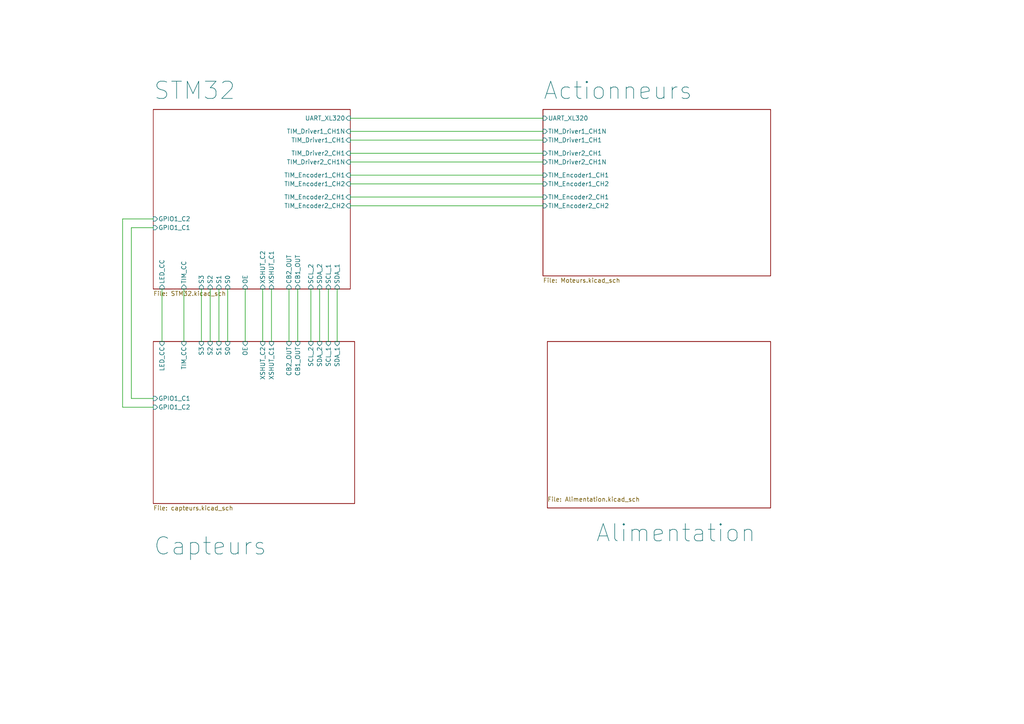
<source format=kicad_sch>
(kicad_sch (version 20211123) (generator eeschema)

  (uuid 0bb0216c-212e-49c4-bd5a-04e60c7e2d64)

  (paper "A4")

  (title_block
    (title "Schéma projet Robot")
    (date "2022-10-04")
    (rev "Version 1.1")
  )

  (lib_symbols
  )


  (wire (pts (xy 86.36 83.82) (xy 86.36 99.06))
    (stroke (width 0) (type default) (color 0 0 0 0))
    (uuid 016b573b-3913-47f0-9611-964c70059fcd)
  )
  (wire (pts (xy 101.6 57.15) (xy 157.48 57.15))
    (stroke (width 0) (type default) (color 0 0 0 0))
    (uuid 018199cf-cc5f-4318-94b9-421609419ae6)
  )
  (wire (pts (xy 101.6 50.8) (xy 157.48 50.8))
    (stroke (width 0) (type default) (color 0 0 0 0))
    (uuid 06d9e0d6-51a9-4bbb-a79f-1b39dc7855e8)
  )
  (wire (pts (xy 101.6 53.34) (xy 157.48 53.34))
    (stroke (width 0) (type default) (color 0 0 0 0))
    (uuid 17887025-4424-4f0d-8b9e-95f1ca320554)
  )
  (wire (pts (xy 97.79 83.82) (xy 97.79 99.06))
    (stroke (width 0) (type default) (color 0 0 0 0))
    (uuid 1af4f948-11a0-4755-b850-c716a93fabc9)
  )
  (wire (pts (xy 38.1 115.57) (xy 38.1 66.04))
    (stroke (width 0) (type default) (color 0 0 0 0))
    (uuid 1df7a0dd-fc88-4561-abbe-ca1ebeead772)
  )
  (wire (pts (xy 101.6 34.29) (xy 157.48 34.29))
    (stroke (width 0) (type default) (color 0 0 0 0))
    (uuid 3a65836f-2c91-4e4c-be83-d72abe6ab950)
  )
  (wire (pts (xy 78.74 83.82) (xy 78.74 99.06))
    (stroke (width 0) (type default) (color 0 0 0 0))
    (uuid 3ea22386-65a9-4c3e-811a-10b6360d2fbf)
  )
  (wire (pts (xy 44.45 63.5) (xy 35.56 63.5))
    (stroke (width 0) (type default) (color 0 0 0 0))
    (uuid 3f1c45b6-2696-4317-becb-d9435103b0f3)
  )
  (wire (pts (xy 101.6 59.69) (xy 157.48 59.69))
    (stroke (width 0) (type default) (color 0 0 0 0))
    (uuid 4a806c6b-afcb-42e3-89ed-3ab4133ee239)
  )
  (wire (pts (xy 60.96 83.82) (xy 60.96 99.06))
    (stroke (width 0) (type default) (color 0 0 0 0))
    (uuid 4af5e2e8-df05-41f0-b335-65adfe86d749)
  )
  (wire (pts (xy 95.25 83.82) (xy 95.25 99.06))
    (stroke (width 0) (type default) (color 0 0 0 0))
    (uuid 4cf416e3-d7a5-4928-8b1e-34ac7fa126d6)
  )
  (wire (pts (xy 101.6 46.99) (xy 157.48 46.99))
    (stroke (width 0) (type default) (color 0 0 0 0))
    (uuid 50a49389-c505-4149-9df2-e15a27fdadb7)
  )
  (wire (pts (xy 46.99 83.82) (xy 46.99 99.06))
    (stroke (width 0) (type default) (color 0 0 0 0))
    (uuid 51b7d142-e3af-4b94-8491-8dc047d2832a)
  )
  (wire (pts (xy 92.71 83.82) (xy 92.71 99.06))
    (stroke (width 0) (type default) (color 0 0 0 0))
    (uuid 5778518a-3ef7-4c27-851c-83e94e1aef3e)
  )
  (wire (pts (xy 35.56 63.5) (xy 35.56 118.11))
    (stroke (width 0) (type default) (color 0 0 0 0))
    (uuid 84c09556-558c-4691-a446-5a39e32a989e)
  )
  (wire (pts (xy 101.6 38.1) (xy 157.48 38.1))
    (stroke (width 0) (type default) (color 0 0 0 0))
    (uuid 8cf9ba7b-66e1-486a-a1f2-d00b9920dc59)
  )
  (wire (pts (xy 76.2 83.82) (xy 76.2 99.06))
    (stroke (width 0) (type default) (color 0 0 0 0))
    (uuid 8f7c552a-61ce-4012-bc6e-fb0270f56e54)
  )
  (wire (pts (xy 71.12 83.82) (xy 71.12 99.06))
    (stroke (width 0) (type default) (color 0 0 0 0))
    (uuid 92487319-0325-40f1-bc7e-6bcd9850210b)
  )
  (wire (pts (xy 83.82 83.82) (xy 83.82 99.06))
    (stroke (width 0) (type default) (color 0 0 0 0))
    (uuid 9882a68d-0d70-417a-a1a0-9be6e6a15882)
  )
  (wire (pts (xy 101.6 40.64) (xy 157.48 40.64))
    (stroke (width 0) (type default) (color 0 0 0 0))
    (uuid a0451944-8bdb-4cc4-a0d7-c1dd77c11556)
  )
  (wire (pts (xy 101.6 44.45) (xy 157.48 44.45))
    (stroke (width 0) (type default) (color 0 0 0 0))
    (uuid a334e6ec-ba88-4e74-a75b-5407dd7492d7)
  )
  (wire (pts (xy 53.34 83.82) (xy 53.34 99.06))
    (stroke (width 0) (type default) (color 0 0 0 0))
    (uuid ad614465-abca-4a9e-98ea-f70a36463383)
  )
  (wire (pts (xy 66.04 83.82) (xy 66.04 99.06))
    (stroke (width 0) (type default) (color 0 0 0 0))
    (uuid ae3c2f25-837c-4684-a182-b84bf73bced8)
  )
  (wire (pts (xy 63.5 83.82) (xy 63.5 99.06))
    (stroke (width 0) (type default) (color 0 0 0 0))
    (uuid c28951fe-d01f-4d6f-96d8-a2f2f9bdb32d)
  )
  (wire (pts (xy 58.42 83.82) (xy 58.42 99.06))
    (stroke (width 0) (type default) (color 0 0 0 0))
    (uuid d741645b-632d-4edd-9e98-730976cb4aaa)
  )
  (wire (pts (xy 35.56 118.11) (xy 44.45 118.11))
    (stroke (width 0) (type default) (color 0 0 0 0))
    (uuid e9efe4e2-b35e-405d-afc9-3dc7379f6a0e)
  )
  (wire (pts (xy 44.45 115.57) (xy 38.1 115.57))
    (stroke (width 0) (type default) (color 0 0 0 0))
    (uuid ef2bccdb-cf2e-4d65-95b9-cb04ebbb4b81)
  )
  (wire (pts (xy 38.1 66.04) (xy 44.45 66.04))
    (stroke (width 0) (type default) (color 0 0 0 0))
    (uuid f0261b8f-8fd9-4787-a93d-bfba29890a78)
  )
  (wire (pts (xy 90.17 83.82) (xy 90.17 99.06))
    (stroke (width 0) (type default) (color 0 0 0 0))
    (uuid fdd793f6-ea6c-48b2-9bf4-0545253038f6)
  )

  (sheet (at 44.45 99.06) (size 58.42 46.99)
    (stroke (width 0.1524) (type solid) (color 0 0 0 0))
    (fill (color 0 0 0 0.0000))
    (uuid 198bc615-46ce-45c0-92d6-40babd4f8d03)
    (property "Sheet name" "Capteurs" (id 0) (at 44.45 161.29 0)
      (effects (font (size 5 5)) (justify left bottom))
    )
    (property "Sheet file" "capteurs.kicad_sch" (id 1) (at 44.45 146.6346 0)
      (effects (font (size 1.27 1.27)) (justify left top))
    )
    (pin "LED_CC" input (at 46.99 99.06 90)
      (effects (font (size 1.27 1.27)) (justify right))
      (uuid a9d6582c-0f9d-4a72-aad8-688e46cce74f)
    )
    (pin "TIM_CC" input (at 53.34 99.06 90)
      (effects (font (size 1.27 1.27)) (justify right))
      (uuid 568e800e-1361-4402-b9ff-83e9d40e4c25)
    )
    (pin "S2" input (at 60.96 99.06 90)
      (effects (font (size 1.27 1.27)) (justify right))
      (uuid f7b5aac7-f6ed-4a29-974f-296702781bec)
    )
    (pin "S3" input (at 58.42 99.06 90)
      (effects (font (size 1.27 1.27)) (justify right))
      (uuid 37f2b390-da6c-4538-b3ca-c88e7a1aba84)
    )
    (pin "CB2_OUT" input (at 83.82 99.06 90)
      (effects (font (size 1.27 1.27)) (justify right))
      (uuid d7671d56-3b21-43fa-ad0f-39793acb2e68)
    )
    (pin "CB1_OUT" input (at 86.36 99.06 90)
      (effects (font (size 1.27 1.27)) (justify right))
      (uuid 98244091-5567-4332-b2ea-b2da791af825)
    )
    (pin "SDA_2" input (at 92.71 99.06 90)
      (effects (font (size 1.27 1.27)) (justify right))
      (uuid 8fb69804-4d1d-489d-b84e-ecd15e3b7b0e)
    )
    (pin "XSHUT_C2" input (at 76.2 99.06 90)
      (effects (font (size 1.27 1.27)) (justify right))
      (uuid 287b13c2-748b-4e4c-87dc-fbcb444e0c88)
    )
    (pin "SCL_2" input (at 90.17 99.06 90)
      (effects (font (size 1.27 1.27)) (justify right))
      (uuid 9097b885-a123-4444-b10f-ead05767b2c4)
    )
    (pin "GPIO1_C2" input (at 44.45 118.11 180)
      (effects (font (size 1.27 1.27)) (justify left))
      (uuid b91b8224-5bc7-46a1-b5f2-202f7415bedb)
    )
    (pin "S0" input (at 66.04 99.06 90)
      (effects (font (size 1.27 1.27)) (justify right))
      (uuid 9d91f1e5-ca75-4958-b165-f1cbd886a9eb)
    )
    (pin "S1" input (at 63.5 99.06 90)
      (effects (font (size 1.27 1.27)) (justify right))
      (uuid 20bc0cbf-95bf-4e5a-bf00-ea1e417bf35c)
    )
    (pin "OE" input (at 71.12 99.06 90)
      (effects (font (size 1.27 1.27)) (justify right))
      (uuid 973c2525-8bc5-4038-814d-25ea4c90f601)
    )
    (pin "SCL_1" input (at 95.25 99.06 90)
      (effects (font (size 1.27 1.27)) (justify right))
      (uuid 4adf5ad4-b91c-4757-b326-50059ede012d)
    )
    (pin "SDA_1" input (at 97.79 99.06 90)
      (effects (font (size 1.27 1.27)) (justify right))
      (uuid b7f6664a-e07a-42ba-8779-692c978badb7)
    )
    (pin "GPIO1_C1" input (at 44.45 115.57 180)
      (effects (font (size 1.27 1.27)) (justify left))
      (uuid 5d36a91f-9f96-451e-aed0-ed6fb7f278f1)
    )
    (pin "XSHUT_C1" input (at 78.74 99.06 90)
      (effects (font (size 1.27 1.27)) (justify right))
      (uuid c91b207c-46a8-4ad8-83c6-db2f65354ec4)
    )
  )

  (sheet (at 158.75 99.06) (size 64.77 48.26)
    (stroke (width 0.1524) (type solid) (color 0 0 0 0))
    (fill (color 0 0 0 0.0000))
    (uuid 7177c9d5-88c4-462c-a3d4-e07fa3940304)
    (property "Sheet name" "Alimentation" (id 0) (at 172.72 157.48 0)
      (effects (font (size 5 5)) (justify left bottom))
    )
    (property "Sheet file" "Alimentation.kicad_sch" (id 1) (at 158.75 144.0946 0)
      (effects (font (size 1.27 1.27)) (justify left top))
    )
  )

  (sheet (at 157.48 31.75) (size 66.04 48.26) (fields_autoplaced)
    (stroke (width 0.1524) (type solid) (color 0 0 0 0))
    (fill (color 0 0 0 0.0000))
    (uuid 9fc11c19-d14a-4668-9a7a-2afaf7c9cf87)
    (property "Sheet name" "Actionneurs" (id 0) (at 157.48 29.1734 0)
      (effects (font (size 5 5)) (justify left bottom))
    )
    (property "Sheet file" "Moteurs.kicad_sch" (id 1) (at 157.48 80.5946 0)
      (effects (font (size 1.27 1.27)) (justify left top))
    )
    (pin "UART_XL320" input (at 157.48 34.29 180)
      (effects (font (size 1.27 1.27)) (justify left))
      (uuid e7ceb459-a5d2-4588-b96f-1b6057b24bee)
    )
    (pin "TIM_Driver2_CH1N" input (at 157.48 46.99 180)
      (effects (font (size 1.27 1.27)) (justify left))
      (uuid 1e26fce1-43f3-415f-afa8-eb4bc5ef4ed1)
    )
    (pin "TIM_Driver2_CH1" input (at 157.48 44.45 180)
      (effects (font (size 1.27 1.27)) (justify left))
      (uuid f47a6f94-8a07-4dbe-be03-0545003be8bd)
    )
    (pin "TIM_Encoder2_CH1" input (at 157.48 57.15 180)
      (effects (font (size 1.27 1.27)) (justify left))
      (uuid b7cdad65-32a8-4c1d-a017-48e50d7a0ebe)
    )
    (pin "TIM_Encoder2_CH2" input (at 157.48 59.69 180)
      (effects (font (size 1.27 1.27)) (justify left))
      (uuid eda476fd-368f-4f93-ab79-496c00fb05b3)
    )
    (pin "TIM_Encoder1_CH1" input (at 157.48 50.8 180)
      (effects (font (size 1.27 1.27)) (justify left))
      (uuid d88377e4-a169-4264-a92c-432573150b07)
    )
    (pin "TIM_Encoder1_CH2" input (at 157.48 53.34 180)
      (effects (font (size 1.27 1.27)) (justify left))
      (uuid e646caf3-5532-4ed6-a546-75d9a6108e68)
    )
    (pin "TIM_Driver1_CH1N" input (at 157.48 38.1 180)
      (effects (font (size 1.27 1.27)) (justify left))
      (uuid e50c4b8f-391f-4191-9d22-14f03bc0b127)
    )
    (pin "TIM_Driver1_CH1" input (at 157.48 40.64 180)
      (effects (font (size 1.27 1.27)) (justify left))
      (uuid 15f44f81-55b1-458a-aa1a-c0aa9678ba58)
    )
  )

  (sheet (at 44.45 31.75) (size 57.15 52.07) (fields_autoplaced)
    (stroke (width 0.1524) (type solid) (color 0 0 0 0))
    (fill (color 0 0 0 0.0000))
    (uuid a99643bb-49f6-4462-a70c-54bf4b271d8b)
    (property "Sheet name" "STM32" (id 0) (at 44.45 29.1734 0)
      (effects (font (size 5 5)) (justify left bottom))
    )
    (property "Sheet file" "STM32.kicad_sch" (id 1) (at 44.45 84.4046 0)
      (effects (font (size 1.27 1.27)) (justify left top))
    )
    (pin "UART_XL320" input (at 101.6 34.29 0)
      (effects (font (size 1.27 1.27)) (justify right))
      (uuid cc63314a-a5e0-4813-b051-e193e30bce87)
    )
    (pin "TIM_Driver2_CH1N" input (at 101.6 46.99 0)
      (effects (font (size 1.27 1.27)) (justify right))
      (uuid f60cee59-b558-478b-88f9-ddedc6e0ea9b)
    )
    (pin "TIM_Driver1_CH1N" input (at 101.6 38.1 0)
      (effects (font (size 1.27 1.27)) (justify right))
      (uuid b09ccc18-5521-46a9-8f39-07d2e7b6147c)
    )
    (pin "TIM_Encoder2_CH2" input (at 101.6 59.69 0)
      (effects (font (size 1.27 1.27)) (justify right))
      (uuid c3f30fc9-e4a3-48a8-90f8-22935fa6b316)
    )
    (pin "TIM_Encoder2_CH1" input (at 101.6 57.15 0)
      (effects (font (size 1.27 1.27)) (justify right))
      (uuid b2807404-d92e-482d-80d7-645e88f84f94)
    )
    (pin "TIM_Driver2_CH1" input (at 101.6 44.45 0)
      (effects (font (size 1.27 1.27)) (justify right))
      (uuid 4c7bbbcb-3fb6-4d67-8efa-67afd6399d65)
    )
    (pin "TIM_Driver1_CH1" input (at 101.6 40.64 0)
      (effects (font (size 1.27 1.27)) (justify right))
      (uuid a667d00e-ef02-4413-a213-8a18ba89c3fc)
    )
    (pin "TIM_Encoder1_CH2" input (at 101.6 53.34 0)
      (effects (font (size 1.27 1.27)) (justify right))
      (uuid 8a539e01-8cd4-42b2-81f1-b8f062baf76f)
    )
    (pin "XSHUT_C1" input (at 78.74 83.82 270)
      (effects (font (size 1.27 1.27)) (justify left))
      (uuid a24dc8ed-442b-414b-90cd-64e5e5250289)
    )
    (pin "GPIO1_C1" input (at 44.45 66.04 180)
      (effects (font (size 1.27 1.27)) (justify left))
      (uuid b9c41d2a-7bda-4b23-82ec-1e5539b4f8c9)
    )
    (pin "SDA_2" input (at 92.71 83.82 270)
      (effects (font (size 1.27 1.27)) (justify left))
      (uuid ca957b37-e828-4655-ba70-5c05a7849d15)
    )
    (pin "SCL_2" input (at 90.17 83.82 270)
      (effects (font (size 1.27 1.27)) (justify left))
      (uuid 76197068-efdf-40a1-b386-8dc2c9b50940)
    )
    (pin "XSHUT_C2" input (at 76.2 83.82 270)
      (effects (font (size 1.27 1.27)) (justify left))
      (uuid 414e7d47-0848-40d6-8584-d0d0cfd58957)
    )
    (pin "LED_CC" input (at 46.99 83.82 270)
      (effects (font (size 1.27 1.27)) (justify left))
      (uuid 8ef59628-5c5e-4637-bed5-4eb684e88e9c)
    )
    (pin "OE" input (at 71.12 83.82 270)
      (effects (font (size 1.27 1.27)) (justify left))
      (uuid 348ede58-768d-4880-a788-bea4b6f7e763)
    )
    (pin "TIM_CC" input (at 53.34 83.82 270)
      (effects (font (size 1.27 1.27)) (justify left))
      (uuid dae6d760-6d1d-4947-8f4a-1e2d531ea79d)
    )
    (pin "S1" input (at 63.5 83.82 270)
      (effects (font (size 1.27 1.27)) (justify left))
      (uuid d5c4f27e-1d88-4da9-904b-42bd9b18f508)
    )
    (pin "S2" input (at 60.96 83.82 270)
      (effects (font (size 1.27 1.27)) (justify left))
      (uuid 4a244ce1-64fd-4658-a469-c6cd25d37ae8)
    )
    (pin "S3" input (at 58.42 83.82 270)
      (effects (font (size 1.27 1.27)) (justify left))
      (uuid 5bf90807-5d0a-481b-bfbd-306408589c66)
    )
    (pin "S0" input (at 66.04 83.82 270)
      (effects (font (size 1.27 1.27)) (justify left))
      (uuid bb0f3f44-7c90-45c1-af21-69d69d2a586e)
    )
    (pin "GPIO1_C2" input (at 44.45 63.5 180)
      (effects (font (size 1.27 1.27)) (justify left))
      (uuid 3740b613-52f3-47c3-960a-1002e8f10aff)
    )
    (pin "SDA_1" input (at 97.79 83.82 270)
      (effects (font (size 1.27 1.27)) (justify left))
      (uuid 44fae06f-5e38-4fc1-85fa-6586834c447e)
    )
    (pin "TIM_Encoder1_CH1" input (at 101.6 50.8 0)
      (effects (font (size 1.27 1.27)) (justify right))
      (uuid b7482b5f-802b-455c-9c08-8f02b5e81d14)
    )
    (pin "SCL_1" input (at 95.25 83.82 270)
      (effects (font (size 1.27 1.27)) (justify left))
      (uuid 686e6b67-568e-4112-bec1-a4aa18bb6fb4)
    )
    (pin "CB2_OUT" input (at 83.82 83.82 270)
      (effects (font (size 1.27 1.27)) (justify left))
      (uuid 6cefa2bb-655b-441e-8c85-4bcc60a2cda2)
    )
    (pin "CB1_OUT" input (at 86.36 83.82 270)
      (effects (font (size 1.27 1.27)) (justify left))
      (uuid da690f08-7147-4c82-be71-e2726a17253c)
    )
  )

  (sheet_instances
    (path "/" (page "1"))
    (path "/a99643bb-49f6-4462-a70c-54bf4b271d8b" (page "2"))
    (path "/9fc11c19-d14a-4668-9a7a-2afaf7c9cf87" (page "3"))
    (path "/198bc615-46ce-45c0-92d6-40babd4f8d03" (page "4"))
    (path "/7177c9d5-88c4-462c-a3d4-e07fa3940304" (page "5"))
  )

  (symbol_instances
    (path "/198bc615-46ce-45c0-92d6-40babd4f8d03/845df0fb-18fd-4ed9-9be2-bed5af608264"
      (reference "#PWR0101") (unit 1) (value "+5V") (footprint "")
    )
    (path "/198bc615-46ce-45c0-92d6-40babd4f8d03/d7003b55-385d-4462-9c03-fd828d03c24a"
      (reference "#PWR0102") (unit 1) (value "GND") (footprint "")
    )
    (path "/198bc615-46ce-45c0-92d6-40babd4f8d03/e8da1875-2015-4089-af88-b9b3ebc8f4b3"
      (reference "#PWR0103") (unit 1) (value "+5V") (footprint "")
    )
    (path "/198bc615-46ce-45c0-92d6-40babd4f8d03/b2ed15d5-7fb4-4a22-875b-51dbe0f3dfed"
      (reference "#PWR0104") (unit 1) (value "GND") (footprint "")
    )
    (path "/198bc615-46ce-45c0-92d6-40babd4f8d03/e6436a87-6c8a-405a-94f4-6397ea022201"
      (reference "#PWR0105") (unit 1) (value "+5V") (footprint "")
    )
    (path "/198bc615-46ce-45c0-92d6-40babd4f8d03/e7b071ee-d86a-4c15-9744-8bc0e2cf9b65"
      (reference "#PWR0106") (unit 1) (value "GND") (footprint "")
    )
    (path "/198bc615-46ce-45c0-92d6-40babd4f8d03/876d2f50-a33b-4691-bbea-4ae99799d1fb"
      (reference "#PWR0107") (unit 1) (value "GND") (footprint "")
    )
    (path "/198bc615-46ce-45c0-92d6-40babd4f8d03/1a1a7b9f-6194-467c-a081-d9fd3e7d0270"
      (reference "#PWR0108") (unit 1) (value "+5V") (footprint "")
    )
    (path "/198bc615-46ce-45c0-92d6-40babd4f8d03/e94c5692-3e4e-4a70-94f2-a264fef51b5d"
      (reference "#PWR0109") (unit 1) (value "+5V") (footprint "")
    )
    (path "/198bc615-46ce-45c0-92d6-40babd4f8d03/d3568faa-e61c-4209-a634-a558765e032b"
      (reference "#PWR0110") (unit 1) (value "GND") (footprint "")
    )
    (path "/198bc615-46ce-45c0-92d6-40babd4f8d03/aa1617aa-c188-4657-b98c-09308bc9aac5"
      (reference "#PWR0111") (unit 1) (value "GND") (footprint "")
    )
    (path "/198bc615-46ce-45c0-92d6-40babd4f8d03/d9afc21b-140c-48da-954f-7838291ac001"
      (reference "#PWR0112") (unit 1) (value "+5V") (footprint "")
    )
    (path "/a99643bb-49f6-4462-a70c-54bf4b271d8b/818a8e76-8fdd-4def-8be5-392ca4debf08"
      (reference "#PWR0201") (unit 1) (value "GND") (footprint "")
    )
    (path "/a99643bb-49f6-4462-a70c-54bf4b271d8b/18583195-0d9d-418e-891f-fd77cb637dfa"
      (reference "#PWR0202") (unit 1) (value "GND") (footprint "")
    )
    (path "/a99643bb-49f6-4462-a70c-54bf4b271d8b/8e077ff8-2108-4b53-86c1-72d502cfd566"
      (reference "#PWR0203") (unit 1) (value "GND") (footprint "")
    )
    (path "/a99643bb-49f6-4462-a70c-54bf4b271d8b/669ad9f1-c4e9-4fbc-a34d-9b384a39b93e"
      (reference "#PWR0204") (unit 1) (value "+3.3V") (footprint "")
    )
    (path "/a99643bb-49f6-4462-a70c-54bf4b271d8b/3b5c327e-d04e-4750-a332-e7d85b983854"
      (reference "#PWR0205") (unit 1) (value "GND") (footprint "")
    )
    (path "/a99643bb-49f6-4462-a70c-54bf4b271d8b/e150f57a-4d8a-4fa1-88b1-7a6b2be7a4a5"
      (reference "#PWR0206") (unit 1) (value "GND") (footprint "")
    )
    (path "/a99643bb-49f6-4462-a70c-54bf4b271d8b/4254ced4-aabf-486e-a54f-e092c1447c9d"
      (reference "#PWR0207") (unit 1) (value "+3.3V") (footprint "")
    )
    (path "/9fc11c19-d14a-4668-9a7a-2afaf7c9cf87/49f3dd40-5046-425b-b953-3661eb66b067"
      (reference "#PWR0301") (unit 1) (value "+5V") (footprint "")
    )
    (path "/9fc11c19-d14a-4668-9a7a-2afaf7c9cf87/a0d8bc83-8a26-467e-b36e-f208c275a40a"
      (reference "#PWR0302") (unit 1) (value "GND") (footprint "")
    )
    (path "/9fc11c19-d14a-4668-9a7a-2afaf7c9cf87/6699df09-087e-42ed-afd9-41221c380811"
      (reference "#PWR0303") (unit 1) (value "GND") (footprint "")
    )
    (path "/9fc11c19-d14a-4668-9a7a-2afaf7c9cf87/e11c50d4-7921-45aa-9c4b-3302d7646a7a"
      (reference "#PWR0304") (unit 1) (value "GND") (footprint "")
    )
    (path "/9fc11c19-d14a-4668-9a7a-2afaf7c9cf87/577a0952-325b-47de-84f9-f5a70c0140ad"
      (reference "#PWR0305") (unit 1) (value "GND") (footprint "")
    )
    (path "/9fc11c19-d14a-4668-9a7a-2afaf7c9cf87/99d74f87-7f9c-4211-a595-932a840542b6"
      (reference "#PWR0306") (unit 1) (value "+5V") (footprint "")
    )
    (path "/9fc11c19-d14a-4668-9a7a-2afaf7c9cf87/edae85fe-4e19-4f1a-b39e-3c0e42cd4edb"
      (reference "#PWR0307") (unit 1) (value "GND") (footprint "")
    )
    (path "/9fc11c19-d14a-4668-9a7a-2afaf7c9cf87/b2eb93d3-7840-44d3-867e-37fbe6a28c8a"
      (reference "#PWR0308") (unit 1) (value "GND") (footprint "")
    )
    (path "/9fc11c19-d14a-4668-9a7a-2afaf7c9cf87/054dca95-044b-4f13-aa84-3a3eee68918c"
      (reference "#PWR0309") (unit 1) (value "GND") (footprint "")
    )
    (path "/9fc11c19-d14a-4668-9a7a-2afaf7c9cf87/83e439cf-2072-42f8-bf10-4b335afbfad7"
      (reference "#PWR0310") (unit 1) (value "GND") (footprint "")
    )
    (path "/9fc11c19-d14a-4668-9a7a-2afaf7c9cf87/10122541-1ba1-46e3-be3a-27454fb50665"
      (reference "#PWR0311") (unit 1) (value "GND") (footprint "")
    )
    (path "/7177c9d5-88c4-462c-a3d4-e07fa3940304/f0b67b7f-5cf7-4a1f-9266-2d2954353955"
      (reference "#PWR0501") (unit 1) (value "GND") (footprint "")
    )
    (path "/7177c9d5-88c4-462c-a3d4-e07fa3940304/c0c2d009-448e-4e63-b40f-0fa80c89d4eb"
      (reference "#PWR0502") (unit 1) (value "GND") (footprint "")
    )
    (path "/7177c9d5-88c4-462c-a3d4-e07fa3940304/dfc75276-adac-4b27-9975-6b4b73547a97"
      (reference "#PWR0503") (unit 1) (value "+5V") (footprint "")
    )
    (path "/7177c9d5-88c4-462c-a3d4-e07fa3940304/9b266739-e38e-401b-8db2-398b74a310d2"
      (reference "#PWR0504") (unit 1) (value "+3.3V") (footprint "")
    )
    (path "/7177c9d5-88c4-462c-a3d4-e07fa3940304/7afd1d1a-72a7-4552-9a2d-0ec11152f443"
      (reference "#PWR0505") (unit 1) (value "GND") (footprint "")
    )
    (path "/7177c9d5-88c4-462c-a3d4-e07fa3940304/baa49f16-265c-4f40-a439-0120ffb1592f"
      (reference "#PWR0506") (unit 1) (value "+5V") (footprint "")
    )
    (path "/7177c9d5-88c4-462c-a3d4-e07fa3940304/592a410d-c273-451b-b6bb-876bd3cbe621"
      (reference "#PWR0507") (unit 1) (value "GND") (footprint "")
    )
    (path "/7177c9d5-88c4-462c-a3d4-e07fa3940304/a00cd581-e0b2-4388-b1a1-ebe57bcb1ca1"
      (reference "#PWR0508") (unit 1) (value "+3.3V") (footprint "")
    )
    (path "/a99643bb-49f6-4462-a70c-54bf4b271d8b/f9c7d250-6fb9-4ab5-b36c-bc16cabefa16"
      (reference "C201") (unit 1) (value "10pF") (footprint "Capacitor_SMD:C_0603_1608Metric_Pad1.08x0.95mm_HandSolder")
    )
    (path "/a99643bb-49f6-4462-a70c-54bf4b271d8b/c0538419-174f-4a85-826b-f569677757ea"
      (reference "C202") (unit 1) (value "10pF") (footprint "Capacitor_SMD:C_0603_1608Metric_Pad1.08x0.95mm_HandSolder")
    )
    (path "/a99643bb-49f6-4462-a70c-54bf4b271d8b/1eade47f-ded7-4c9c-a122-07d2f99e6540"
      (reference "C203") (unit 1) (value "100nF") (footprint "Capacitor_SMD:C_0603_1608Metric_Pad1.08x0.95mm_HandSolder")
    )
    (path "/9fc11c19-d14a-4668-9a7a-2afaf7c9cf87/50e47c87-7290-47c7-8596-92e08ad95766"
      (reference "C301") (unit 1) (value "1uF") (footprint "Capacitor_SMD:C_0603_1608Metric_Pad1.08x0.95mm_HandSolder")
    )
    (path "/9fc11c19-d14a-4668-9a7a-2afaf7c9cf87/8a99b6fb-e3d3-43d3-adb8-194b8e01436a"
      (reference "C302") (unit 1) (value "10uF") (footprint "Capacitor_SMD:C_0603_1608Metric_Pad1.08x0.95mm_HandSolder")
    )
    (path "/9fc11c19-d14a-4668-9a7a-2afaf7c9cf87/97a22f1b-28c6-4ec1-bbcb-be25232d1cc3"
      (reference "C303") (unit 1) (value "1uF") (footprint "Capacitor_SMD:C_0603_1608Metric_Pad1.08x0.95mm_HandSolder")
    )
    (path "/9fc11c19-d14a-4668-9a7a-2afaf7c9cf87/cd14fafa-b0c4-4710-8fdd-5e826a728a6d"
      (reference "C304") (unit 1) (value "10uF") (footprint "Capacitor_SMD:C_0603_1608Metric_Pad1.08x0.95mm_HandSolder")
    )
    (path "/9fc11c19-d14a-4668-9a7a-2afaf7c9cf87/39a9519d-ad00-47a6-afa5-fa045a58a8c6"
      (reference "C305") (unit 1) (value "100uF") (footprint "Capacitor_THT:CP_Radial_D6.3mm_P2.50mm")
    )
    (path "/9fc11c19-d14a-4668-9a7a-2afaf7c9cf87/7a9d663f-d3d7-45f6-a61b-dc9fafde0856"
      (reference "C306") (unit 1) (value "100nF") (footprint "Capacitor_SMD:C_0603_1608Metric_Pad1.08x0.95mm_HandSolder")
    )
    (path "/7177c9d5-88c4-462c-a3d4-e07fa3940304/481870f9-13da-40ab-b60e-8781b272fd3c"
      (reference "C501") (unit 1) (value "10uF") (footprint "Capacitor_SMD:C_0603_1608Metric_Pad1.08x0.95mm_HandSolder")
    )
    (path "/7177c9d5-88c4-462c-a3d4-e07fa3940304/ac7366a2-ad1f-4264-afb1-b12b3c8f1580"
      (reference "C502") (unit 1) (value "22uF") (footprint "Capacitor_SMD:C_0603_1608Metric_Pad1.08x0.95mm_HandSolder")
    )
    (path "/7177c9d5-88c4-462c-a3d4-e07fa3940304/780c9f08-639e-452a-8b5f-5ff8b7d070bc"
      (reference "C503") (unit 1) (value "1uF") (footprint "Capacitor_SMD:C_0603_1608Metric_Pad1.08x0.95mm_HandSolder")
    )
    (path "/7177c9d5-88c4-462c-a3d4-e07fa3940304/17adca7f-12b8-4228-93c6-8e2bc66f85b6"
      (reference "C504") (unit 1) (value "1uF") (footprint "Capacitor_SMD:C_0603_1608Metric_Pad1.08x0.95mm_HandSolder")
    )
    (path "/7177c9d5-88c4-462c-a3d4-e07fa3940304/5576bf72-bee5-42a5-b48c-3544fa83f677"
      (reference "D501") (unit 1) (value "LED") (footprint "LED_SMD:LED_0603_1608Metric_Pad1.05x0.95mm_HandSolder")
    )
    (path "/198bc615-46ce-45c0-92d6-40babd4f8d03/3ff01324-59a8-47f7-8a22-9861ba76fddb"
      (reference "J201") (unit 1) (value "Conn_01x03") (footprint "Connector_JST:JST_XH_B3B-XH-A_1x03_P2.50mm_Vertical")
    )
    (path "/198bc615-46ce-45c0-92d6-40babd4f8d03/fc50d939-08d1-45f4-91fe-0d8194f1829a"
      (reference "J202") (unit 1) (value "Conn_01x06") (footprint "Connector_JST:JST_XH_B6B-XH-A_1x06_P2.50mm_Vertical")
    )
    (path "/198bc615-46ce-45c0-92d6-40babd4f8d03/f725cb1c-d7be-4874-88d4-5b1f45320fff"
      (reference "J203") (unit 1) (value "Conn_01x06") (footprint "Connector_JST:JST_XH_B6B-XH-A_1x06_P2.50mm_Vertical")
    )
    (path "/198bc615-46ce-45c0-92d6-40babd4f8d03/15c2a788-86f9-41e6-927f-0ea04005bff0"
      (reference "J204") (unit 1) (value "Conn_01x03") (footprint "Connector_JST:JST_XH_B3B-XH-A_1x03_P2.50mm_Vertical")
    )
    (path "/198bc615-46ce-45c0-92d6-40babd4f8d03/a95b498e-65f7-49da-bafe-f10d803bd71e"
      (reference "J205") (unit 1) (value "Conn_01x06") (footprint "Connector_JST:JST_XH_B6B-XH-A_1x06_P2.50mm_Vertical")
    )
    (path "/198bc615-46ce-45c0-92d6-40babd4f8d03/576ebc35-db23-41dc-9ded-5fa7ac3613f6"
      (reference "J206") (unit 1) (value "Conn_01x04") (footprint "Connector_JST:JST_XH_B4B-XH-A_1x04_P2.50mm_Vertical")
    )
    (path "/198bc615-46ce-45c0-92d6-40babd4f8d03/2d9b734e-ca03-4266-afaf-c4defd37d608"
      (reference "J207") (unit 1) (value "Conn_01x03") (footprint "Connector_JST:JST_XH_B3B-XH-A_1x03_P2.50mm_Vertical")
    )
    (path "/a99643bb-49f6-4462-a70c-54bf4b271d8b/56c4e08e-94ff-4199-bbdf-6adbe2acb5e3"
      (reference "J208") (unit 1) (value "Conn_02x07_Odd_Even") (footprint "Connector_PinHeader_1.27mm:PinHeader_2x07_P1.27mm_Vertical_SMD")
    )
    (path "/9fc11c19-d14a-4668-9a7a-2afaf7c9cf87/cb0ab997-99cc-4564-8f0b-f1a254cf5882"
      (reference "J301") (unit 1) (value "Conn_01x06") (footprint "Connector_JST:JST_XH_B6B-XH-A_1x06_P2.50mm_Vertical")
    )
    (path "/9fc11c19-d14a-4668-9a7a-2afaf7c9cf87/b289be62-91d4-45a5-a518-080cbaa27e8a"
      (reference "J302") (unit 1) (value "Conn_01x06") (footprint "Connector_JST:JST_XH_B6B-XH-A_1x06_P2.50mm_Vertical")
    )
    (path "/9fc11c19-d14a-4668-9a7a-2afaf7c9cf87/28ff6bb8-26cc-448f-b0ef-ceff6031f37e"
      (reference "J303") (unit 1) (value "Conn_01x03") (footprint "Connector_JST:JST_XH_B3B-XH-A_1x03_P2.50mm_Vertical")
    )
    (path "/7177c9d5-88c4-462c-a3d4-e07fa3940304/37cf0c73-047c-4a9e-a290-3a2535c79c1a"
      (reference "J501") (unit 1) (value "Conn_01x02") (footprint "Connector_JST:JST_XH_B2B-XH-A_1x02_P2.50mm_Vertical")
    )
    (path "/a99643bb-49f6-4462-a70c-54bf4b271d8b/5c2f3a92-b39c-4c45-9700-7ef9f33218fd"
      (reference "JP201") (unit 1) (value "SolderJumper_2_Open") (footprint "Jumper:SolderJumper-2_P1.3mm_Open_TrianglePad1.0x1.5mm")
    )
    (path "/a99643bb-49f6-4462-a70c-54bf4b271d8b/5212d379-f011-43fa-8b06-180307cc6a9a"
      (reference "JP202") (unit 1) (value "SolderJumper_2_Open") (footprint "Jumper:SolderJumper-2_P1.3mm_Open_TrianglePad1.0x1.5mm")
    )
    (path "/9fc11c19-d14a-4668-9a7a-2afaf7c9cf87/8acaaded-30e8-4c77-b6bb-2d1e492c1220"
      (reference "JP301") (unit 1) (value "SolderJumper_2_Open") (footprint "Jumper:SolderJumper-2_P1.3mm_Open_TrianglePad1.0x1.5mm")
    )
    (path "/9fc11c19-d14a-4668-9a7a-2afaf7c9cf87/29ef2521-a53b-4506-b55c-53c9f07c5d53"
      (reference "JP302") (unit 1) (value "SolderJumper_2_Open") (footprint "Jumper:SolderJumper-2_P1.3mm_Open_TrianglePad1.0x1.5mm")
    )
    (path "/9fc11c19-d14a-4668-9a7a-2afaf7c9cf87/b4f80bba-781b-40a0-8f74-8a40a945f9ea"
      (reference "JP303") (unit 1) (value "SolderJumper_2_Open") (footprint "Jumper:SolderJumper-2_P1.3mm_Open_TrianglePad1.0x1.5mm")
    )
    (path "/9fc11c19-d14a-4668-9a7a-2afaf7c9cf87/ee186ea4-dc74-47d8-91e7-3f5af16bb94e"
      (reference "JP304") (unit 1) (value "SolderJumper_2_Open") (footprint "Jumper:SolderJumper-2_P1.3mm_Open_TrianglePad1.0x1.5mm")
    )
    (path "/9fc11c19-d14a-4668-9a7a-2afaf7c9cf87/059068a4-b41e-4c00-a18f-8541100773d4"
      (reference "JP305") (unit 1) (value "SolderJumper_2_Open") (footprint "Jumper:SolderJumper-2_P1.3mm_Open_TrianglePad1.0x1.5mm")
    )
    (path "/9fc11c19-d14a-4668-9a7a-2afaf7c9cf87/1eb04143-deb8-44d4-9940-a12335496bbb"
      (reference "JP306") (unit 1) (value "SolderJumper_2_Open") (footprint "Jumper:SolderJumper-2_P1.3mm_Open_TrianglePad1.0x1.5mm")
    )
    (path "/9fc11c19-d14a-4668-9a7a-2afaf7c9cf87/4956dba2-95ba-4e15-b2ce-90443566f604"
      (reference "JP307") (unit 1) (value "SolderJumper_2_Open") (footprint "Jumper:SolderJumper-2_P1.3mm_Open_TrianglePad1.0x1.5mm")
    )
    (path "/9fc11c19-d14a-4668-9a7a-2afaf7c9cf87/bce129f1-6949-4cf5-9183-8ae23b7d9575"
      (reference "JP308") (unit 1) (value "SolderJumper_2_Open") (footprint "Jumper:SolderJumper-2_P1.3mm_Open_TrianglePad1.0x1.5mm")
    )
    (path "/a99643bb-49f6-4462-a70c-54bf4b271d8b/673359f6-40e8-4445-9956-8b059c2c7b88"
      (reference "R201") (unit 1) (value "10R") (footprint "Resistor_SMD:R_0603_1608Metric_Pad0.98x0.95mm_HandSolder")
    )
    (path "/7177c9d5-88c4-462c-a3d4-e07fa3940304/dd3db02c-2f0c-4b82-943b-d35626977c94"
      (reference "R501") (unit 1) (value "1k") (footprint "Resistor_SMD:R_0603_1608Metric_Pad0.98x0.95mm_HandSolder")
    )
    (path "/7177c9d5-88c4-462c-a3d4-e07fa3940304/56e31796-213f-4c2e-aeac-6b27a0669b5e"
      (reference "SW501") (unit 1) (value "SW_SPDT") (footprint "")
    )
    (path "/a99643bb-49f6-4462-a70c-54bf4b271d8b/e491473c-4b5f-48f9-b1fc-8514af6c4523"
      (reference "U201") (unit 1) (value "STM32G0RBT6") (footprint "Package_QFP:LQFP-64_10x10mm_P0.5mm")
    )
    (path "/9fc11c19-d14a-4668-9a7a-2afaf7c9cf87/4214f93f-cb0c-468c-a29e-63784acb02c7"
      (reference "U301") (unit 1) (value "ZXBM5210-S") (footprint "Package_SO:SOIC-8_3.9x4.9mm_P1.27mm")
    )
    (path "/9fc11c19-d14a-4668-9a7a-2afaf7c9cf87/bdecf10b-0500-4c28-9925-bca8db7a11dd"
      (reference "U302") (unit 1) (value "ZXBM5210-S") (footprint "Package_SO:SOIC-8_3.9x4.9mm_P1.27mm")
    )
    (path "/7177c9d5-88c4-462c-a3d4-e07fa3940304/1abb3bcb-2e2a-47e0-8e41-bb17f35121e4"
      (reference "U501") (unit 1) (value "AZ1117-5.0") (footprint "Package_TO_SOT_SMD:SOT-223-5")
    )
    (path "/7177c9d5-88c4-462c-a3d4-e07fa3940304/f65f5cb0-be5b-41c9-ab5e-69b40000b5e3"
      (reference "U502") (unit 1) (value "MCP1802x-xx02xOT") (footprint "Package_TO_SOT_SMD:SOT-23-5")
    )
    (path "/a99643bb-49f6-4462-a70c-54bf4b271d8b/f77d5457-1aff-485c-9bbf-3d22288c45b1"
      (reference "Y201") (unit 1) (value "16MHz") (footprint "Crystal:Crystal_SMD_EuroQuartz_MT-4Pin_3.2x2.5mm")
    )
  )
)

</source>
